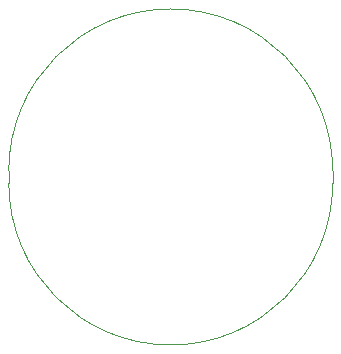
<source format=gko>
G04 #@! TF.FileFunction,Profile,NP*
%FSLAX46Y46*%
G04 Gerber Fmt 4.6, Leading zero omitted, Abs format (unit mm)*
G04 Created by KiCad (PCBNEW (2014-12-07 BZR 5316)-product) date 01/01/2015 14:06:39*
%MOMM*%
G01*
G04 APERTURE LIST*
%ADD10C,0.100000*%
G04 APERTURE END LIST*
D10*
X161544000Y-81280000D02*
X161544000Y-80264000D01*
X188976000Y-80264000D02*
X188976000Y-81280000D01*
X188976000Y-80264000D02*
G75*
G03X175260000Y-66548000I-13716000J0D01*
G01*
X175260000Y-66548000D02*
G75*
G03X161544000Y-80264000I0J-13716000D01*
G01*
X161544000Y-81280000D02*
G75*
G03X175260000Y-94996000I13716000J0D01*
G01*
X175260000Y-94996000D02*
G75*
G03X188976000Y-81280000I0J13716000D01*
G01*
M02*

</source>
